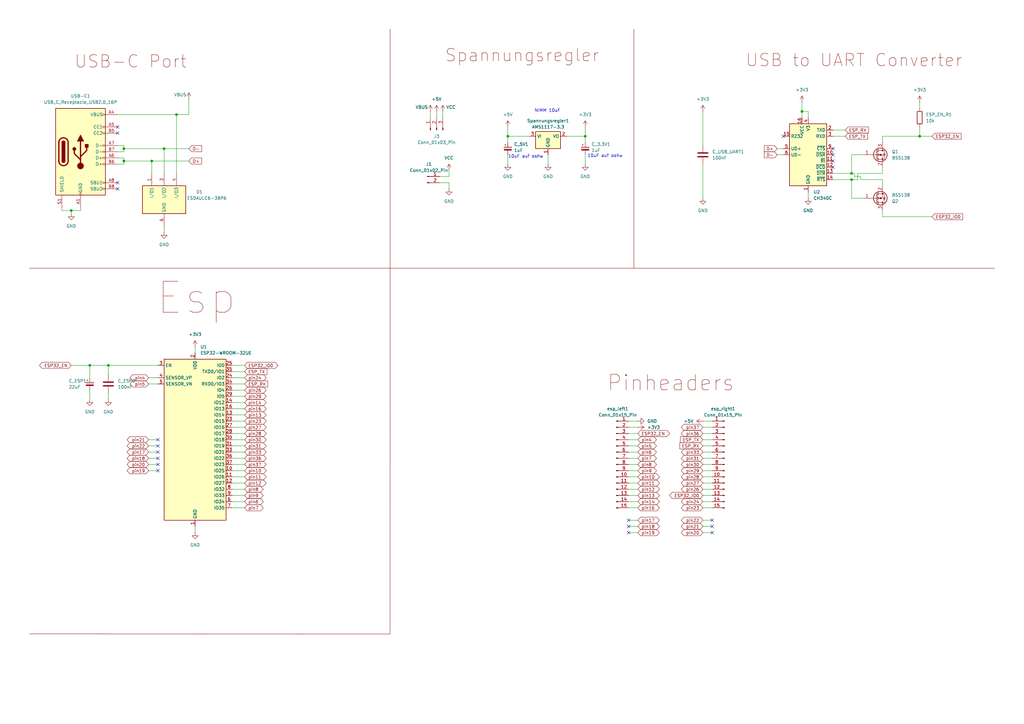
<source format=kicad_sch>
(kicad_sch (version 20241209) (generator "eeschema") (generator_version "8.99")
  (paper "A3")
  (lib_symbols
    (symbol "Connector:Conn_01x02_Pin" (pin_names (offset 1.016) (hide yes))
      (property "Reference" "J" (at 0 2.54 0))
      (property "Value" "Conn_01x02_Pin" (at 0 -5.08 0))
      (symbol "Conn_01x02_Pin_1_1"
        (rectangle (start 0.8636 0.127) (end 0 -0.127) (stroke (width 0.1524)) (fill (type outline)))
        (rectangle (start 0.8636 -2.413) (end 0 -2.667) (stroke (width 0.1524)) (fill (type outline)))
        (polyline (pts (xy 1.27 0) (xy 0.8636 0)) (stroke (width 0.1524)))
        (polyline (pts (xy 1.27 -2.54) (xy 0.8636 -2.54)) (stroke (width 0.1524)))
        (pin passive line (at 5.08 0 180) (length 3.81) (name "Pin_1") (number "1"))
        (pin passive line (at 5.08 -2.54 180) (length 3.81) (name "Pin_2") (number "2"))
      )
    )
    (symbol "Connector:Conn_01x03_Pin" (pin_names (offset 1.016) (hide yes))
      (property "Reference" "J" (at 0 5.08 0))
      (property "Value" "Conn_01x03_Pin" (at 0 -5.08 0))
      (symbol "Conn_01x03_Pin_1_1"
        (rectangle (start 0.8636 2.667) (end 0 2.413) (stroke (width 0.1524)) (fill (type outline)))
        (rectangle (start 0.8636 0.127) (end 0 -0.127) (stroke (width 0.1524)) (fill (type outline)))
        (rectangle (start 0.8636 -2.413) (end 0 -2.667) (stroke (width 0.1524)) (fill (type outline)))
        (polyline (pts (xy 1.27 2.54) (xy 0.8636 2.54)) (stroke (width 0.1524)))
        (polyline (pts (xy 1.27 0) (xy 0.8636 0)) (stroke (width 0.1524)))
        (polyline (pts (xy 1.27 -2.54) (xy 0.8636 -2.54)) (stroke (width 0.1524)))
        (pin passive line (at 5.08 2.54 180) (length 3.81) (name "Pin_1") (number "1"))
        (pin passive line (at 5.08 0 180) (length 3.81) (name "Pin_2") (number "2"))
        (pin passive line (at 5.08 -2.54 180) (length 3.81) (name "Pin_3") (number "3"))
      )
    )
    (symbol "Connector:Conn_01x15_Pin" (pin_names (offset 1.016) (hide yes))
      (property "Reference" "J" (at 0 20.32 0))
      (property "Value" "Conn_01x15_Pin" (at 0 -20.32 0))
      (symbol "Conn_01x15_Pin_1_1"
        (rectangle (start 0.8636 17.907) (end 0 17.653) (stroke (width 0.1524)) (fill (type outline)))
        (rectangle (start 0.8636 15.367) (end 0 15.113) (stroke (width 0.1524)) (fill (type outline)))
        (rectangle (start 0.8636 12.827) (end 0 12.573) (stroke (width 0.1524)) (fill (type outline)))
        (rectangle (start 0.8636 10.287) (end 0 10.033) (stroke (width 0.1524)) (fill (type outline)))
        (rectangle (start 0.8636 7.747) (end 0 7.493) (stroke (width 0.1524)) (fill (type outline)))
        (rectangle (start 0.8636 5.207) (end 0 4.953) (stroke (width 0.1524)) (fill (type outline)))
        (rectangle (start 0.8636 2.667) (end 0 2.413) (stroke (width 0.1524)) (fill (type outline)))
        (rectangle (start 0.8636 0.127) (end 0 -0.127) (stroke (width 0.1524)) (fill (type outline)))
        (rectangle (start 0.8636 -2.413) (end 0 -2.667) (stroke (width 0.1524)) (fill (type outline)))
        (rectangle (start 0.8636 -4.953) (end 0 -5.207) (stroke (width 0.1524)) (fill (type outline)))
        (rectangle (start 0.8636 -7.493) (end 0 -7.747) (stroke (width 0.1524)) (fill (type outline)))
        (rectangle (start 0.8636 -10.033) (end 0 -10.287) (stroke (width 0.1524)) (fill (type outline)))
        (rectangle (start 0.8636 -12.573) (end 0 -12.827) (stroke (width 0.1524)) (fill (type outline)))
        (rectangle (start 0.8636 -15.113) (end 0 -15.367) (stroke (width 0.1524)) (fill (type outline)))
        (rectangle (start 0.8636 -17.653) (end 0 -17.907) (stroke (width 0.1524)) (fill (type outline)))
        (polyline (pts (xy 1.27 17.78) (xy 0.8636 17.78)) (stroke (width 0.1524)))
        (polyline (pts (xy 1.27 15.24) (xy 0.8636 15.24)) (stroke (width 0.1524)))
        (polyline (pts (xy 1.27 12.7) (xy 0.8636 12.7)) (stroke (width 0.1524)))
        (polyline (pts (xy 1.27 10.16) (xy 0.8636 10.16)) (stroke (width 0.1524)))
        (polyline (pts (xy 1.27 7.62) (xy 0.8636 7.62)) (stroke (width 0.1524)))
        (polyline (pts (xy 1.27 5.08) (xy 0.8636 5.08)) (stroke (width 0.1524)))
        (polyline (pts (xy 1.27 2.54) (xy 0.8636 2.54)) (stroke (width 0.1524)))
        (polyline (pts (xy 1.27 0) (xy 0.8636 0)) (stroke (width 0.1524)))
        (polyline (pts (xy 1.27 -2.54) (xy 0.8636 -2.54)) (stroke (width 0.1524)))
        (polyline (pts (xy 1.27 -5.08) (xy 0.8636 -5.08)) (stroke (width 0.1524)))
        (polyline (pts (xy 1.27 -7.62) (xy 0.8636 -7.62)) (stroke (width 0.1524)))
        (polyline (pts (xy 1.27 -10.16) (xy 0.8636 -10.16)) (stroke (width 0.1524)))
        (polyline (pts (xy 1.27 -12.7) (xy 0.8636 -12.7)) (stroke (width 0.1524)))
        (polyline (pts (xy 1.27 -15.24) (xy 0.8636 -15.24)) (stroke (width 0.1524)))
        (polyline (pts (xy 1.27 -17.78) (xy 0.8636 -17.78)) (stroke (width 0.1524)))
        (pin passive line (at 5.08 17.78 180) (length 3.81) (name "Pin_1") (number "1"))
        (pin passive line (at 5.08 15.24 180) (length 3.81) (name "Pin_2") (number "2"))
        (pin passive line (at 5.08 12.7 180) (length 3.81) (name "Pin_3") (number "3"))
        (pin passive line (at 5.08 10.16 180) (length 3.81) (name "Pin_4") (number "4"))
        (pin passive line (at 5.08 7.62 180) (length 3.81) (name "Pin_5") (number "5"))
        (pin passive line (at 5.08 5.08 180) (length 3.81) (name "Pin_6") (number "6"))
        (pin passive line (at 5.08 2.54 180) (length 3.81) (name "Pin_7") (number "7"))
        (pin passive line (at 5.08 0 180) (length 3.81) (name "Pin_8") (number "8"))
        (pin passive line (at 5.08 -2.54 180) (length 3.81) (name "Pin_9") (number "9"))
        (pin passive line (at 5.08 -5.08 180) (length 3.81) (name "Pin_10") (number "10"))
        (pin passive line (at 5.08 -7.62 180) (length 3.81) (name "Pin_11") (number "11"))
        (pin passive line (at 5.08 -10.16 180) (length 3.81) (name "Pin_12") (number "12"))
        (pin passive line (at 5.08 -12.7 180) (length 3.81) (name "Pin_13") (number "13"))
        (pin passive line (at 5.08 -15.24 180) (length 3.81) (name "Pin_14") (number "14"))
        (pin passive line (at 5.08 -17.78 180) (length 3.81) (name "Pin_15") (number "15"))
      )
    )
    (symbol "Connector:USB_C_Receptacle_USB2.0_16P" (pin_names (offset 1.016))
      (property "Reference" "J" (at 0 22.225 0))
      (property "Value" "USB_C_Receptacle_USB2.0_16P" (at 0 19.685 0))
      (symbol "USB_C_Receptacle_USB2.0_16P_0_0"
        (rectangle (start -0.254 -17.78) (end 0.254 -16.764))
        (rectangle (start 10.16 15.494) (end 9.144 14.986))
        (rectangle (start 10.16 10.414) (end 9.144 9.906))
        (rectangle (start 10.16 7.874) (end 9.144 7.366))
        (rectangle (start 10.16 2.794) (end 9.144 2.286))
        (rectangle (start 10.16 0.254) (end 9.144 -0.254))
        (rectangle (start 10.16 -2.286) (end 9.144 -2.794))
        (rectangle (start 10.16 -4.826) (end 9.144 -5.334))
        (rectangle (start 10.16 -12.446) (end 9.144 -12.954))
        (rectangle (start 10.16 -14.986) (end 9.144 -15.494))
      )
      (symbol "USB_C_Receptacle_USB2.0_16P_0_1"
        (rectangle (start -10.16 17.78) (end 10.16 -17.78) (stroke (width 0.254)) (fill (type background)))
        (polyline (pts (xy -8.89 -3.81) (xy -8.89 3.81)) (stroke (width 0.508)))
        (rectangle (start -7.62 -3.81) (end -6.35 3.81) (stroke (width 0.254)) (fill (type outline)))
        (arc (start -7.62 3.81) (mid -6.985 4.4423) (end -6.35 3.81) (stroke (width 0.254)) (fill (type outline)))
        (arc (start -7.62 3.81) (mid -6.985 4.4423) (end -6.35 3.81) (stroke (width 0.254)))
        (arc (start -8.89 3.81) (mid -6.985 5.7067) (end -5.08 3.81) (stroke (width 0.508)))
        (arc (start -5.08 -3.81) (mid -6.985 -5.7067) (end -8.89 -3.81) (stroke (width 0.508)))
        (arc (start -6.35 -3.81) (mid -6.985 -4.4423) (end -7.62 -3.81) (stroke (width 0.254)))
        (arc (start -6.35 -3.81) (mid -6.985 -4.4423) (end -7.62 -3.81) (stroke (width 0.254)) (fill (type outline)))
        (polyline (pts (xy -5.08 3.81) (xy -5.08 -3.81)) (stroke (width 0.508)))
        (circle (center -2.54 1.143) (radius 0.635) (stroke (width 0.254)) (fill (type outline)))
        (polyline (pts (xy -1.27 4.318) (xy 0 6.858) (xy 1.27 4.318) (xy -1.27 4.318)) (stroke (width 0.254)) (fill (type outline)))
        (polyline (pts (xy 0 -2.032) (xy 2.54 0.508) (xy 2.54 1.778)) (stroke (width 0.508)))
        (polyline (pts (xy 0 -3.302) (xy -2.54 -0.762) (xy -2.54 0.508)) (stroke (width 0.508)))
        (polyline (pts (xy 0 -5.842) (xy 0 4.318)) (stroke (width 0.508)))
        (circle (center 0 -5.842) (radius 1.27) (fill (type outline)))
        (rectangle (start 1.905 1.778) (end 3.175 3.048) (stroke (width 0.254)) (fill (type outline)))
      )
      (symbol "USB_C_Receptacle_USB2.0_16P_1_1"
        (pin passive line (at -7.62 -22.86 90) (length 5.08) (name "SHIELD") (number "S1"))
        (pin passive line (at 0 -22.86 90) (length 5.08) (name "GND") (number "A1"))
        (pin passive line (at 0 -22.86 90) (length 5.08) (hide yes) (name "GND") (number "A12"))
        (pin passive line (at 0 -22.86 90) (length 5.08) (hide yes) (name "GND") (number "B1"))
        (pin passive line (at 0 -22.86 90) (length 5.08) (hide yes) (name "GND") (number "B12"))
        (pin passive line (at 15.24 15.24 180) (length 5.08) (name "VBUS") (number "A4"))
        (pin passive line (at 15.24 15.24 180) (length 5.08) (hide yes) (name "VBUS") (number "A9"))
        (pin passive line (at 15.24 15.24 180) (length 5.08) (hide yes) (name "VBUS") (number "B4"))
        (pin passive line (at 15.24 15.24 180) (length 5.08) (hide yes) (name "VBUS") (number "B9"))
        (pin bidirectional line (at 15.24 10.16 180) (length 5.08) (name "CC1") (number "A5"))
        (pin bidirectional line (at 15.24 7.62 180) (length 5.08) (name "CC2") (number "B5"))
        (pin bidirectional line (at 15.24 2.54 180) (length 5.08) (name "D-") (number "A7"))
        (pin bidirectional line (at 15.24 0 180) (length 5.08) (name "D-") (number "B7"))
        (pin bidirectional line (at 15.24 -2.54 180) (length 5.08) (name "D+") (number "A6"))
        (pin bidirectional line (at 15.24 -5.08 180) (length 5.08) (name "D+") (number "B6"))
        (pin bidirectional line (at 15.24 -12.7 180) (length 5.08) (name "SBU1") (number "A8"))
        (pin bidirectional line (at 15.24 -15.24 180) (length 5.08) (name "SBU2") (number "B8"))
      )
    )
    (symbol "Device:C" (pin_numbers (hide yes)) (pin_names (offset 0.254))
      (property "Reference" "C" (at 0.635 2.54 0))
      (property "Value" "C" (at 0.635 -2.54 0))
      (symbol "C_0_1"
        (polyline (pts (xy -2.032 0.762) (xy 2.032 0.762)) (stroke (width 0.508)))
        (polyline (pts (xy -2.032 -0.762) (xy 2.032 -0.762)) (stroke (width 0.508)))
      )
      (symbol "C_1_1"
        (pin passive line (at 0 3.81 270) (length 2.794) (name "~") (number "1"))
        (pin passive line (at 0 -3.81 90) (length 2.794) (name "~") (number "2"))
      )
    )
    (symbol "Device:C_Polarized_Small" (pin_numbers (hide yes)) (pin_names (offset 0.254) (hide yes))
      (property "Reference" "C" (at 0.254 1.778 0))
      (property "Value" "C_Polarized_Small" (at 0.254 -2.032 0))
      (symbol "C_Polarized_Small_0_1"
        (rectangle (start -1.524 0.6858) (end 1.524 0.3048))
        (rectangle (start -1.524 -0.3048) (end 1.524 -0.6858) (fill (type outline)))
        (polyline (pts (xy -1.27 1.524) (xy -0.762 1.524)))
        (polyline (pts (xy -1.016 1.27) (xy -1.016 1.778)))
      )
      (symbol "C_Polarized_Small_1_1"
        (pin passive line (at 0 2.54 270) (length 1.8542) (name "~") (number "1"))
        (pin passive line (at 0 -2.54 90) (length 1.8542) (name "~") (number "2"))
      )
    )
    (symbol "Device:R" (pin_numbers (hide yes)) (pin_names (offset 0))
      (property "Reference" "R" (at 2.032 0 90))
      (property "Value" "R" (at 0 0 90))
      (symbol "R_0_1"
        (rectangle (start -1.016 -2.54) (end 1.016 2.54) (stroke (width 0.254)))
      )
      (symbol "R_1_1"
        (pin passive line (at 0 3.81 270) (length 1.27) (name "~") (number "1"))
        (pin passive line (at 0 -3.81 90) (length 1.27) (name "~") (number "2"))
      )
    )
    (symbol "Interface_USB:CH340C"
      (property "Reference" "U" (at -5.08 13.97 0))
      (property "Value" "CH340C" (at 1.27 13.97 0))
      (symbol "CH340C_0_1"
        (rectangle (start -7.62 12.7) (end 7.62 -12.7) (stroke (width 0.254)) (fill (type background)))
      )
      (symbol "CH340C_1_1"
        (pin input line (at -10.16 7.62 0) (length 2.54) (name "R232") (number "15"))
        (pin bidirectional line (at -10.16 2.54 0) (length 2.54) (name "UD+") (number "5"))
        (pin bidirectional line (at -10.16 0 0) (length 2.54) (name "UD-") (number "6"))
        (pin no_connect line (at -7.62 -5.08 0) (length 2.54) (hide yes) (name "NC") (number "7"))
        (pin no_connect line (at -7.62 -7.62 0) (length 2.54) (hide yes) (name "NC") (number "8"))
        (pin power_in line (at -2.54 15.24 270) (length 2.54) (name "VCC") (number "16"))
        (pin power_out line (at 0 15.24 270) (length 2.54) (name "V3") (number "4"))
        (pin power_in line (at 0 -15.24 90) (length 2.54) (name "GND") (number "1"))
        (pin output line (at 10.16 10.16 180) (length 2.54) (name "TXD") (number "2"))
        (pin input line (at 10.16 7.62 180) (length 2.54) (name "RXD") (number "3"))
        (pin input line (at 10.16 2.54 180) (length 2.54) (name "~{CTS}") (number "9"))
        (pin input line (at 10.16 0 180) (length 2.54) (name "~{DSR}") (number "10"))
        (pin input line (at 10.16 -2.54 180) (length 2.54) (name "~{RI}") (number "11"))
        (pin input line (at 10.16 -5.08 180) (length 2.54) (name "~{DCD}") (number "12"))
        (pin output line (at 10.16 -7.62 180) (length 2.54) (name "~{DTR}") (number "13"))
        (pin output line (at 10.16 -10.16 180) (length 2.54) (name "~{RTS}") (number "14"))
      )
    )
    (symbol "RF_Module:ESP32-WROOM-32UE"
      (property "Reference" "U" (at -12.7 34.29 0))
      (property "Value" "ESP32-WROOM-32UE" (at 1.27 34.29 0))
      (symbol "ESP32-WROOM-32UE_0_1"
        (rectangle (start -12.7 33.02) (end 12.7 -33.02) (stroke (width 0.254)) (fill (type background)))
      )
      (symbol "ESP32-WROOM-32UE_1_1"
        (pin input line (at -15.24 30.48 0) (length 2.54) (name "EN") (number "3"))
        (pin input line (at -15.24 25.4 0) (length 2.54) (name "SENSOR_VP") (number "4"))
        (pin input line (at -15.24 22.86 0) (length 2.54) (name "SENSOR_VN") (number "5"))
        (pin no_connect line (at -12.7 0 0) (length 2.54) (hide yes) (name "NC") (number "21"))
        (pin no_connect line (at -12.7 -2.54 0) (length 2.54) (hide yes) (name "NC") (number "22"))
        (pin no_connect line (at -12.7 -5.08 0) (length 2.54) (hide yes) (name "NC") (number "17"))
        (pin no_connect line (at -12.7 -7.62 0) (length 2.54) (hide yes) (name "NC") (number "18"))
        (pin no_connect line (at -12.7 -10.16 0) (length 2.54) (hide yes) (name "NC") (number "20"))
        (pin no_connect line (at -12.7 -12.7 0) (length 2.54) (hide yes) (name "NC") (number "19"))
        (pin no_connect line (at -12.7 -27.94 0) (length 2.54) (hide yes) (name "NC") (number "32"))
        (pin power_in line (at 0 35.56 270) (length 2.54) (name "VDD") (number "2"))
        (pin power_in line (at 0 -35.56 90) (length 2.54) (name "GND") (number "1"))
        (pin passive line (at 0 -35.56 90) (length 2.54) (hide yes) (name "GND") (number "15"))
        (pin passive line (at 0 -35.56 90) (length 2.54) (hide yes) (name "GND") (number "38"))
        (pin passive line (at 0 -35.56 90) (length 2.54) (hide yes) (name "GND") (number "39"))
        (pin bidirectional line (at 15.24 30.48 180) (length 2.54) (name "IO0") (number "25"))
        (pin bidirectional line (at 15.24 27.94 180) (length 2.54) (name "TXD0/IO1") (number "35"))
        (pin bidirectional line (at 15.24 25.4 180) (length 2.54) (name "IO2") (number "24"))
        (pin bidirectional line (at 15.24 22.86 180) (length 2.54) (name "RXD0/IO3") (number "34"))
        (pin bidirectional line (at 15.24 20.32 180) (length 2.54) (name "IO4") (number "26"))
        (pin bidirectional line (at 15.24 17.78 180) (length 2.54) (name "IO5") (number "29"))
        (pin bidirectional line (at 15.24 15.24 180) (length 2.54) (name "IO12") (number "14"))
        (pin bidirectional line (at 15.24 12.7 180) (length 2.54) (name "IO13") (number "16"))
        (pin bidirectional line (at 15.24 10.16 180) (length 2.54) (name "IO14") (number "13"))
        (pin bidirectional line (at 15.24 7.62 180) (length 2.54) (name "IO15") (number "23"))
        (pin bidirectional line (at 15.24 5.08 180) (length 2.54) (name "IO16") (number "27"))
        (pin bidirectional line (at 15.24 2.54 180) (length 2.54) (name "IO17") (number "28"))
        (pin bidirectional line (at 15.24 0 180) (length 2.54) (name "IO18") (number "30"))
        (pin bidirectional line (at 15.24 -2.54 180) (length 2.54) (name "IO19") (number "31"))
        (pin bidirectional line (at 15.24 -5.08 180) (length 2.54) (name "IO21") (number "33"))
        (pin bidirectional line (at 15.24 -7.62 180) (length 2.54) (name "IO22") (number "36"))
        (pin bidirectional line (at 15.24 -10.16 180) (length 2.54) (name "IO23") (number "37"))
        (pin bidirectional line (at 15.24 -12.7 180) (length 2.54) (name "IO25") (number "10"))
        (pin bidirectional line (at 15.24 -15.24 180) (length 2.54) (name "IO26") (number "11"))
        (pin bidirectional line (at 15.24 -17.78 180) (length 2.54) (name "IO27") (number "12"))
        (pin bidirectional line (at 15.24 -20.32 180) (length 2.54) (name "IO32") (number "8"))
        (pin bidirectional line (at 15.24 -22.86 180) (length 2.54) (name "IO33") (number "9"))
        (pin input line (at 15.24 -25.4 180) (length 2.54) (name "IO34") (number "6"))
        (pin input line (at 15.24 -27.94 180) (length 2.54) (name "IO35") (number "7"))
      )
    )
    (symbol "Regulator_Linear:AMS1117-3.3"
      (property "Reference" "U" (at -3.81 3.175 0))
      (property "Value" "AMS1117-3.3" (at 0 3.175 0))
      (symbol "AMS1117-3.3_0_1"
        (rectangle (start -5.08 -5.08) (end 5.08 1.905) (stroke (width 0.254)) (fill (type background)))
      )
      (symbol "AMS1117-3.3_1_1"
        (pin power_in line (at -7.62 0 0) (length 2.54) (name "VI") (number "3"))
        (pin power_in line (at 0 -7.62 90) (length 2.54) (name "GND") (number "1"))
        (pin power_out line (at 7.62 0 180) (length 2.54) (name "VO") (number "2"))
      )
    )
    (symbol "Transistor_FET:BSS138" (pin_names (hide yes))
      (property "Reference" "Q" (at 5.08 1.905 0))
      (property "Value" "BSS138" (at 5.08 0 0))
      (symbol "BSS138_0_1"
        (polyline (pts (xy 0.254 1.905) (xy 0.254 -1.905)) (stroke (width 0.254)))
        (polyline (pts (xy 0.254 0) (xy -2.54 0)))
        (polyline (pts (xy 0.762 2.286) (xy 0.762 1.27)) (stroke (width 0.254)))
        (polyline (pts (xy 0.762 0.508) (xy 0.762 -0.508)) (stroke (width 0.254)))
        (polyline (pts (xy 0.762 -1.27) (xy 0.762 -2.286)) (stroke (width 0.254)))
        (polyline (pts (xy 0.762 -1.778) (xy 3.302 -1.778) (xy 3.302 1.778) (xy 0.762 1.778)))
        (polyline (pts (xy 1.016 0) (xy 2.032 0.381) (xy 2.032 -0.381) (xy 1.016 0)) (fill (type outline)))
        (circle (center 1.651 0) (radius 2.794) (stroke (width 0.254)))
        (polyline (pts (xy 2.54 2.54) (xy 2.54 1.778)))
        (circle (center 2.54 1.778) (radius 0.254) (fill (type outline)))
        (circle (center 2.54 -1.778) (radius 0.254) (fill (type outline)))
        (polyline (pts (xy 2.54 -2.54) (xy 2.54 0) (xy 0.762 0)))
        (polyline (pts (xy 2.794 0.508) (xy 2.921 0.381) (xy 3.683 0.381) (xy 3.81 0.254)))
        (polyline (pts (xy 3.302 0.381) (xy 2.921 -0.254) (xy 3.683 -0.254) (xy 3.302 0.381)))
      )
      (symbol "BSS138_1_1"
        (pin input line (at -5.08 0 0) (length 2.54) (name "G") (number "1"))
        (pin passive line (at 2.54 5.08 270) (length 2.54) (name "D") (number "3"))
        (pin passive line (at 2.54 -5.08 90) (length 2.54) (name "S") (number "2"))
      )
    )
    (symbol "bulme_schematics:ESDAULC6-3BP6"
      (property "Reference" "D" (at 24.13 7.62 0))
      (property "Value" "ESDAULC6-3BP6" (at 24.13 5.08 0))
      (symbol "ESDAULC6-3BP6_1_1"
        (rectangle (start 5.08 2.54) (end 22.86 -8.89) (stroke (width 0.254)) (fill (type background)))
        (pin passive line (at 8.89 7.62 270) (length 5.08) (name "I/O1") (number "1"))
        (pin passive line (at 13.97 7.62 270) (length 5.08) (name "I/O2") (number "3"))
        (pin passive line (at 13.97 -13.97 90) (length 5.08) (name "GND") (number "6"))
        (pin passive line (at 19.05 7.62 270) (length 5.08) (name "I/O3") (number "4"))
      )
    )
    (symbol "power:+3V3" (power) (pin_numbers (hide yes)) (pin_names (offset 0) (hide yes))
      (property "Value" "+3V3" (at 0 3.556 0))
      (symbol "+3V3_0_1"
        (polyline (pts (xy -0.762 1.27) (xy 0 2.54)))
        (polyline (pts (xy 0 2.54) (xy 0.762 1.27)))
        (polyline (pts (xy 0 0) (xy 0 2.54)))
      )
      (symbol "+3V3_1_1"
        (pin power_in line (at 0 0 90) (length 0) (name "~") (number "1"))
      )
    )
    (symbol "power:+5V" (power) (pin_numbers (hide yes)) (pin_names (offset 0) (hide yes))
      (property "Value" "+5V" (at 0 3.556 0))
      (symbol "+5V_0_1"
        (polyline (pts (xy -0.762 1.27) (xy 0 2.54)))
        (polyline (pts (xy 0 2.54) (xy 0.762 1.27)))
        (polyline (pts (xy 0 0) (xy 0 2.54)))
      )
      (symbol "+5V_1_1"
        (pin power_in line (at 0 0 90) (length 0) (name "~") (number "1"))
      )
    )
    (symbol "power:GND" (power) (pin_numbers (hide yes)) (pin_names (offset 0) (hide yes))
      (property "Value" "GND" (at 0 -3.81 0))
      (symbol "GND_0_1"
        (polyline (pts (xy 0 0) (xy 0 -1.27) (xy 1.27 -1.27) (xy 0 -2.54) (xy -1.27 -1.27) (xy 0 -1.27)))
      )
      (symbol "GND_1_1"
        (pin power_in line (at 0 0 270) (length 0) (name "~") (number "1"))
      )
    )
    (symbol "power:VBUS" (power) (pin_numbers (hide yes)) (pin_names (offset 0) (hide yes))
      (property "Value" "VBUS" (at 0 3.556 0))
      (symbol "VBUS_0_1"
        (polyline (pts (xy -0.762 1.27) (xy 0 2.54)))
        (polyline (pts (xy 0 2.54) (xy 0.762 1.27)))
        (polyline (pts (xy 0 0) (xy 0 2.54)))
      )
      (symbol "VBUS_1_1"
        (pin power_in line (at 0 0 90) (length 0) (name "~") (number "1"))
      )
    )
    (symbol "power:VCC" (power) (pin_numbers (hide yes)) (pin_names (offset 0) (hide yes))
      (property "Value" "VCC" (at 0 3.556 0))
      (symbol "VCC_0_1"
        (polyline (pts (xy -0.762 1.27) (xy 0 2.54)))
        (polyline (pts (xy 0 2.54) (xy 0.762 1.27)))
        (polyline (pts (xy 0 0) (xy 0 2.54)))
      )
      (symbol "VCC_1_1"
        (pin power_in line (at 0 0 90) (length 0) (name "~") (number "1"))
      )
    )
  )
  (text "Spannungsregler" (at 214.122 22.86 0) (effects (font (size 5.08 5.08))))
  (text "NIMM 10uF\n" (at 224.536 45.466 0) (effects (font (size 1.27 1.27))))
  (text "Esp\n" (at 80.518 122.428 0) (effects (font (size 12.7 12.7))))
  (text "USB-C Port" (at 53.594 25.4 0) (effects (font (size 5.08 5.08))))
  (text "10uF auf oshw" (at 248.158 64.008 0) (effects (font (size 1.27 1.27))))
  (text "10uF auf oshw" (at 215.646 64.262 0) (effects (font (size 1.27 1.27))))
  (text "USB to UART Converter" (at 350.266 24.892 0) (effects (font (size 5.08 5.08))))
  (text "Pinheaders" (at 275.082 157.226 0) (effects (font (size 6.35 6.35))))
  (junction (at 50.8 66.04))
  (junction (at 36.83 149.86))
  (junction (at 208.28 55.88))
  (junction (at 67.31 60.96))
  (junction (at 349.25 71.12))
  (junction (at 62.23 66.04))
  (junction (at 377.19 55.88))
  (junction (at 44.45 149.86))
  (junction (at 349.25 73.66))
  (junction (at 328.93 45.72))
  (junction (at 50.8 60.96))
  (junction (at 72.39 46.99))
  (junction (at 29.21 86.36))
  (junction (at 240.03 55.88))
  (no_connect (at 48.26 54.61))
  (no_connect (at 292.1 215.9))
  (no_connect (at 257.81 213.36))
  (no_connect (at 341.63 68.58))
  (no_connect (at 48.26 74.93))
  (no_connect (at 64.77 193.04))
  (no_connect (at 48.26 52.07))
  (no_connect (at 341.63 60.96))
  (no_connect (at 341.63 63.5))
  (no_connect (at 64.77 180.34))
  (no_connect (at 257.81 215.9))
  (no_connect (at 64.77 187.96))
  (no_connect (at 48.26 77.47))
  (no_connect (at 292.1 218.44))
  (no_connect (at 64.77 190.5))
  (no_connect (at 292.1 213.36))
  (no_connect (at 64.77 182.88))
  (no_connect (at 341.63 66.04))
  (no_connect (at 321.31 55.88))
  (no_connect (at 64.77 185.42))
  (no_connect (at 257.81 218.44))
  (wire (pts (xy 349.25 63.5) (xy 354.33 63.5)))
  (wire (pts (xy 257.81 198.12) (xy 261.62 198.12)))
  (wire (pts (xy 288.29 175.26) (xy 292.1 175.26)))
  (wire (pts (xy 60.96 154.94) (xy 64.77 154.94)))
  (wire (pts (xy 95.25 182.88) (xy 100.33 182.88)))
  (wire (pts (xy 62.23 66.04) (xy 77.47 66.04)))
  (wire (pts (xy 240.03 52.07) (xy 240.03 55.88)))
  (wire (pts (xy 50.8 64.77) (xy 50.8 66.04)))
  (wire (pts (xy 33.02 85.09) (xy 33.02 86.36)))
  (polyline (pts (xy 259.9944 110.0074) (xy 407.9748 110.0074)) (stroke (width 0) (color 132 0 0 1)))
  (wire (pts (xy 60.96 193.04) (xy 64.77 193.04)))
  (wire (pts (xy 67.31 60.96) (xy 77.47 60.96)))
  (wire (pts (xy 341.63 71.12) (xy 349.25 71.12)))
  (wire (pts (xy 60.96 180.34) (xy 64.77 180.34)))
  (wire (pts (xy 50.8 60.96) (xy 50.8 62.23)))
  (wire (pts (xy 95.25 170.18) (xy 100.33 170.18)))
  (wire (pts (xy 72.39 46.99) (xy 72.39 71.12)))
  (wire (pts (xy 180.34 74.93) (xy 184.15 74.93)))
  (wire (pts (xy 288.29 185.42) (xy 292.1 185.42)))
  (wire (pts (xy 50.8 60.96) (xy 67.31 60.96)))
  (wire (pts (xy 257.81 172.72) (xy 261.62 172.72)))
  (wire (pts (xy 95.25 198.12) (xy 100.33 198.12)))
  (wire (pts (xy 257.81 215.9) (xy 261.62 215.9)))
  (wire (pts (xy 361.95 71.12) (xy 351.79 71.12)))
  (wire (pts (xy 350.52 71.12) (xy 349.25 71.12)))
  (wire (pts (xy 341.63 73.66) (xy 349.25 73.66)))
  (wire (pts (xy 95.25 190.5) (xy 100.33 190.5)))
  (wire (pts (xy 361.95 58.42) (xy 361.95 55.88)))
  (wire (pts (xy 67.31 92.71) (xy 67.31 95.25)))
  (wire (pts (xy 60.96 190.5) (xy 64.77 190.5)))
  (wire (pts (xy 25.4 86.36) (xy 29.21 86.36)))
  (wire (pts (xy 208.28 63.5) (xy 208.28 67.31)))
  (wire (pts (xy 349.25 73.66) (xy 349.25 81.28)))
  (wire (pts (xy 50.8 66.04) (xy 50.8 67.31)))
  (wire (pts (xy 77.47 40.64) (xy 77.47 46.99)))
  (wire (pts (xy 288.29 208.28) (xy 292.1 208.28)))
  (wire (pts (xy 36.83 160.02) (xy 36.83 163.83)))
  (wire (pts (xy 353.06 73.66) (xy 361.95 73.66)))
  (wire (pts (xy 257.81 213.36) (xy 261.62 213.36)))
  (wire (pts (xy 288.29 203.2) (xy 292.1 203.2)))
  (wire (pts (xy 288.29 218.44) (xy 292.1 218.44)))
  (wire (pts (xy 288.29 205.74) (xy 292.1 205.74)))
  (wire (pts (xy 377.19 55.88) (xy 382.27 55.88)))
  (wire (pts (xy 288.29 177.8) (xy 292.1 177.8)))
  (wire (pts (xy 95.25 203.2) (xy 100.33 203.2)))
  (wire (pts (xy 95.25 208.28) (xy 100.33 208.28)))
  (wire (pts (xy 341.63 53.34) (xy 346.71 53.34)))
  (wire (pts (xy 257.81 177.8) (xy 261.62 177.8)))
  (polyline (pts (xy 159.9946 11.9634) (xy 159.9946 109.982)) (stroke (width 0) (color 132 0 0 1)))
  (wire (pts (xy 257.81 200.66) (xy 261.62 200.66)))
  (wire (pts (xy 208.28 55.88) (xy 217.17 55.88)))
  (wire (pts (xy 382.27 88.9) (xy 361.95 88.9)))
  (wire (pts (xy 257.81 205.74) (xy 261.62 205.74)))
  (wire (pts (xy 288.29 200.66) (xy 292.1 200.66)))
  (wire (pts (xy 48.26 62.23) (xy 50.8 62.23)))
  (wire (pts (xy 292.1 172.72) (xy 288.29 172.72)))
  (wire (pts (xy 184.15 74.93) (xy 184.15 77.47)))
  (wire (pts (xy 240.03 63.5) (xy 240.03 67.31)))
  (wire (pts (xy 351.79 71.12) (xy 351.79 73.66)))
  (polyline (pts (xy 159.9946 109.982) (xy 159.9692 260.0198)) (stroke (width 0) (color 132 0 0 1)))
  (wire (pts (xy 331.47 78.74) (xy 331.47 81.28)))
  (wire (pts (xy 349.25 71.12) (xy 349.25 63.5)))
  (wire (pts (xy 29.21 86.36) (xy 29.21 87.63)))
  (wire (pts (xy 48.26 67.31) (xy 50.8 67.31)))
  (wire (pts (xy 95.25 162.56) (xy 100.33 162.56)))
  (wire (pts (xy 361.95 68.58) (xy 361.95 71.12)))
  (wire (pts (xy 257.81 190.5) (xy 261.62 190.5)))
  (wire (pts (xy 288.29 215.9) (xy 292.1 215.9)))
  (wire (pts (xy 350.52 71.12) (xy 350.52 72.39)))
  (wire (pts (xy 361.95 88.9) (xy 361.95 86.36)))
  (wire (pts (xy 257.81 218.44) (xy 261.62 218.44)))
  (wire (pts (xy 361.95 73.66) (xy 361.95 76.2)))
  (wire (pts (xy 288.29 187.96) (xy 292.1 187.96)))
  (wire (pts (xy 328.93 45.72) (xy 331.47 45.72)))
  (wire (pts (xy 181.61 48.26) (xy 181.61 45.72)))
  (wire (pts (xy 95.25 149.86) (xy 100.33 149.86)))
  (wire (pts (xy 288.29 45.72) (xy 288.29 59.69)))
  (wire (pts (xy 95.25 154.94) (xy 100.33 154.94)))
  (polyline (pts (xy 12.0142 109.982) (xy 159.9946 109.982)) (stroke (width 0) (color 132 0 0 1)))
  (wire (pts (xy 288.29 190.5) (xy 292.1 190.5)))
  (wire (pts (xy 257.81 185.42) (xy 261.62 185.42)))
  (wire (pts (xy 95.25 165.1) (xy 100.33 165.1)))
  (wire (pts (xy 288.29 67.31) (xy 288.29 81.28)))
  (wire (pts (xy 60.96 157.48) (xy 64.77 157.48)))
  (wire (pts (xy 257.81 203.2) (xy 261.62 203.2)))
  (wire (pts (xy 353.06 72.39) (xy 353.06 73.66)))
  (wire (pts (xy 36.83 149.86) (xy 44.45 149.86)))
  (wire (pts (xy 349.25 73.66) (xy 351.79 73.66)))
  (wire (pts (xy 95.25 200.66) (xy 100.33 200.66)))
  (wire (pts (xy 184.15 69.85) (xy 184.15 72.39)))
  (wire (pts (xy 377.19 52.07) (xy 377.19 55.88)))
  (wire (pts (xy 72.39 46.99) (xy 77.47 46.99)))
  (wire (pts (xy 257.81 175.26) (xy 261.62 175.26)))
  (wire (pts (xy 95.25 205.74) (xy 100.33 205.74)))
  (wire (pts (xy 328.93 41.91) (xy 328.93 45.72)))
  (wire (pts (xy 288.29 213.36) (xy 292.1 213.36)))
  (wire (pts (xy 95.25 185.42) (xy 100.33 185.42)))
  (wire (pts (xy 95.25 160.02) (xy 100.33 160.02)))
  (wire (pts (xy 95.25 175.26) (xy 100.33 175.26)))
  (wire (pts (xy 62.23 66.04) (xy 62.23 71.12)))
  (wire (pts (xy 95.25 152.4) (xy 100.33 152.4)))
  (wire (pts (xy 361.95 55.88) (xy 377.19 55.88)))
  (wire (pts (xy 331.47 48.26) (xy 331.47 45.72)))
  (wire (pts (xy 288.29 193.04) (xy 292.1 193.04)))
  (wire (pts (xy 95.25 157.48) (xy 100.33 157.48)))
  (wire (pts (xy 44.45 153.67) (xy 44.45 149.86)))
  (wire (pts (xy 257.81 208.28) (xy 261.62 208.28)))
  (wire (pts (xy 95.25 180.34) (xy 100.33 180.34)))
  (wire (pts (xy 257.81 182.88) (xy 261.62 182.88)))
  (wire (pts (xy 318.77 60.96) (xy 321.31 60.96)))
  (wire (pts (xy 48.26 59.69) (xy 50.8 59.69)))
  (wire (pts (xy 29.21 149.86) (xy 36.83 149.86)))
  (wire (pts (xy 48.26 46.99) (xy 72.39 46.99)))
  (wire (pts (xy 179.07 45.72) (xy 179.07 48.26)))
  (wire (pts (xy 60.96 185.42) (xy 64.77 185.42)))
  (wire (pts (xy 349.25 81.28) (xy 354.33 81.28)))
  (wire (pts (xy 257.81 195.58) (xy 261.62 195.58)))
  (wire (pts (xy 288.29 182.88) (xy 292.1 182.88)))
  (wire (pts (xy 95.25 195.58) (xy 100.33 195.58)))
  (wire (pts (xy 208.28 55.88) (xy 208.28 58.42)))
  (wire (pts (xy 25.4 85.09) (xy 25.4 86.36)))
  (wire (pts (xy 257.81 180.34) (xy 261.62 180.34)))
  (wire (pts (xy 95.25 167.64) (xy 100.33 167.64)))
  (wire (pts (xy 208.28 52.07) (xy 208.28 55.88)))
  (wire (pts (xy 288.29 195.58) (xy 292.1 195.58)))
  (wire (pts (xy 288.29 198.12) (xy 292.1 198.12)))
  (wire (pts (xy 318.77 63.5) (xy 321.31 63.5)))
  (wire (pts (xy 29.21 86.36) (xy 33.02 86.36)))
  (wire (pts (xy 44.45 161.29) (xy 44.45 163.83)))
  (wire (pts (xy 95.25 177.8) (xy 100.33 177.8)))
  (wire (pts (xy 240.03 55.88) (xy 240.03 58.42)))
  (wire (pts (xy 48.26 64.77) (xy 50.8 64.77)))
  (polyline (pts (xy 12.0142 259.9944) (xy 159.9692 260.0452)) (stroke (width 0) (color 132 0 0 1)))
  (polyline (pts (xy 259.9944 12.0142) (xy 259.9944 110.0074)) (stroke (width 0) (color 132 0 0 1)))
  (wire (pts (xy 50.8 66.04) (xy 62.23 66.04)))
  (wire (pts (xy 95.25 193.04) (xy 100.33 193.04)))
  (wire (pts (xy 350.52 72.39) (xy 353.06 72.39)))
  (wire (pts (xy 328.93 45.72) (xy 328.93 48.26)))
  (wire (pts (xy 176.53 48.26) (xy 176.53 45.72)))
  (wire (pts (xy 288.29 180.34) (xy 292.1 180.34)))
  (wire (pts (xy 95.25 172.72) (xy 100.33 172.72)))
  (wire (pts (xy 50.8 59.69) (xy 50.8 60.96)))
  (wire (pts (xy 60.96 187.96) (xy 64.77 187.96)))
  (wire (pts (xy 44.45 149.86) (xy 64.77 149.86)))
  (wire (pts (xy 224.79 63.5) (xy 224.79 67.31)))
  (wire (pts (xy 80.01 215.9) (xy 80.01 218.44)))
  (wire (pts (xy 257.81 187.96) (xy 261.62 187.96)))
  (wire (pts (xy 95.25 187.96) (xy 100.33 187.96)))
  (wire (pts (xy 36.83 149.86) (xy 36.83 154.94)))
  (wire (pts (xy 80.01 142.24) (xy 80.01 144.78)))
  (polyline (pts (xy 159.9946 109.982) (xy 259.9944 109.982)) (stroke (width 0) (color 132 0 0 1)))
  (wire (pts (xy 184.15 72.39) (xy 180.34 72.39)))
  (wire (pts (xy 341.63 55.88) (xy 346.71 55.88)))
  (wire (pts (xy 67.31 60.96) (xy 67.31 71.12)))
  (wire (pts (xy 60.96 182.88) (xy 64.77 182.88)))
  (wire (pts (xy 257.81 193.04) (xy 261.62 193.04)))
  (wire (pts (xy 377.19 41.91) (xy 377.19 44.45)))
  (wire (pts (xy 232.41 55.88) (xy 240.03 55.88)))
  (global_label "pin23" (shape bidirectional) (at 100.33 172.72 0) (property "Intersheetrefs" "${INTERSHEET_REFS}" (effects (hide yes))))
  (global_label "pin19" (shape bidirectional) (at 60.96 193.04 180) (property "Intersheetrefs" "${INTERSHEET_REFS}" (effects (hide yes))))
  (global_label "ESP_TX" (shape input) (at 100.33 152.4 0) (property "Intersheetrefs" "${INTERSHEET_REFS}" (effects (hide yes))))
  (global_label "pin37" (shape bidirectional) (at 100.33 190.5 0) (property "Intersheetrefs" "${INTERSHEET_REFS}" (effects (hide yes))))
  (global_label "ESP32_IO0" (shape bidirectional) (at 100.33 149.86 0) (property "Intersheetrefs" "${INTERSHEET_REFS}" (effects (hide yes))))
  (global_label "pin22" (shape bidirectional) (at 60.96 182.88 180) (property "Intersheetrefs" "${INTERSHEET_REFS}" (effects (hide yes))))
  (global_label "pin20" (shape bidirectional) (at 288.29 218.44 180) (property "Intersheetrefs" "${INTERSHEET_REFS}" (effects (hide yes))))
  (global_label "pin21" (shape bidirectional) (at 288.29 215.9 180) (property "Intersheetrefs" "${INTERSHEET_REFS}" (effects (hide yes))))
  (global_label "pin18" (shape bidirectional) (at 60.96 187.96 180) (property "Intersheetrefs" "${INTERSHEET_REFS}" (effects (hide yes))))
  (global_label "pin31" (shape bidirectional) (at 288.29 187.96 180) (property "Intersheetrefs" "${INTERSHEET_REFS}" (effects (hide yes))))
  (global_label "pin4" (shape bidirectional) (at 261.62 180.34 0) (property "Intersheetrefs" "${INTERSHEET_REFS}" (effects (hide yes))))
  (global_label "pin29" (shape bidirectional) (at 100.33 162.56 0) (property "Intersheetrefs" "${INTERSHEET_REFS}" (effects (hide yes))))
  (global_label "pin8" (shape bidirectional) (at 261.62 190.5 0) (property "Intersheetrefs" "${INTERSHEET_REFS}" (effects (hide yes))))
  (global_label "pin16" (shape bidirectional) (at 100.33 167.64 0) (property "Intersheetrefs" "${INTERSHEET_REFS}" (effects (hide yes))))
  (global_label "pin30" (shape bidirectional) (at 100.33 180.34 0) (property "Intersheetrefs" "${INTERSHEET_REFS}" (effects (hide yes))))
  (global_label "pin9" (shape bidirectional) (at 100.33 203.2 0) (property "Intersheetrefs" "${INTERSHEET_REFS}" (effects (hide yes))))
  (global_label "D+" (shape input) (at 318.77 60.96 180) (property "Intersheetrefs" "${INTERSHEET_REFS}" (effects (hide yes))))
  (global_label "pin27" (shape bidirectional) (at 288.29 198.12 180) (property "Intersheetrefs" "${INTERSHEET_REFS}" (effects (hide yes))))
  (global_label "pin33" (shape bidirectional) (at 100.33 185.42 0) (property "Intersheetrefs" "${INTERSHEET_REFS}" (effects (hide yes))))
  (global_label "pin17" (shape bidirectional) (at 60.96 185.42 180) (property "Intersheetrefs" "${INTERSHEET_REFS}" (effects (hide yes))))
  (global_label "pin23" (shape bidirectional) (at 288.29 208.28 180) (property "Intersheetrefs" "${INTERSHEET_REFS}" (effects (hide yes))))
  (global_label "pin13" (shape bidirectional) (at 261.62 203.2 0) (property "Intersheetrefs" "${INTERSHEET_REFS}" (effects (hide yes))))
  (global_label "pin24" (shape bidirectional) (at 100.33 154.94 0) (property "Intersheetrefs" "${INTERSHEET_REFS}" (effects (hide yes))))
  (global_label "ESP_RX" (shape input) (at 346.71 53.34 0) (property "Intersheetrefs" "${INTERSHEET_REFS}" (effects (hide yes))))
  (global_label "ESP32_EN" (shape input) (at 382.27 55.88 0) (property "Intersheetrefs" "${INTERSHEET_REFS}" (effects (hide yes))))
  (global_label "D-" (shape input) (at 77.47 60.96 0) (property "Intersheetrefs" "${INTERSHEET_REFS}" (effects (hide yes))))
  (global_label "pin18" (shape bidirectional) (at 261.62 215.9 0) (property "Intersheetrefs" "${INTERSHEET_REFS}" (effects (hide yes))))
  (global_label "pin9" (shape bidirectional) (at 261.62 193.04 0) (property "Intersheetrefs" "${INTERSHEET_REFS}" (effects (hide yes))))
  (global_label "ESP32_EN" (shape bidirectional) (at 29.21 149.86 180) (property "Intersheetrefs" "${INTERSHEET_REFS}" (effects (hide yes))))
  (global_label "ESP_TX" (shape input) (at 346.71 55.88 0) (property "Intersheetrefs" "${INTERSHEET_REFS}" (effects (hide yes))))
  (global_label "ESP_TX" (shape input) (at 288.29 180.34 180) (property "Intersheetrefs" "${INTERSHEET_REFS}" (effects (hide yes))))
  (global_label "pin29" (shape bidirectional) (at 288.29 193.04 180) (property "Intersheetrefs" "${INTERSHEET_REFS}" (effects (hide yes))))
  (global_label "D-" (shape input) (at 318.77 63.5 180) (property "Intersheetrefs" "${INTERSHEET_REFS}" (effects (hide yes))))
  (global_label "pin28" (shape bidirectional) (at 100.33 177.8 0) (property "Intersheetrefs" "${INTERSHEET_REFS}" (effects (hide yes))))
  (global_label "pin11" (shape bidirectional) (at 100.33 195.58 0) (property "Intersheetrefs" "${INTERSHEET_REFS}" (effects (hide yes))))
  (global_label "pin19" (shape bidirectional) (at 261.62 218.44 0) (property "Intersheetrefs" "${INTERSHEET_REFS}" (effects (hide yes))))
  (global_label "pin28" (shape bidirectional) (at 288.29 195.58 180) (property "Intersheetrefs" "${INTERSHEET_REFS}" (effects (hide yes))))
  (global_label "pin12" (shape bidirectional) (at 261.62 200.66 0) (property "Intersheetrefs" "${INTERSHEET_REFS}" (effects (hide yes))))
  (global_label "pin27" (shape bidirectional) (at 100.33 175.26 0) (property "Intersheetrefs" "${INTERSHEET_REFS}" (effects (hide yes))))
  (global_label "pin12" (shape bidirectional) (at 100.33 198.12 0) (property "Intersheetrefs" "${INTERSHEET_REFS}" (effects (hide yes))))
  (global_label "pin14" (shape bidirectional) (at 100.33 165.1 0) (property "Intersheetrefs" "${INTERSHEET_REFS}" (effects (hide yes))))
  (global_label "pin16" (shape bidirectional) (at 261.62 208.28 0) (property "Intersheetrefs" "${INTERSHEET_REFS}" (effects (hide yes))))
  (global_label "ESP_RX" (shape input) (at 288.29 182.88 180) (property "Intersheetrefs" "${INTERSHEET_REFS}" (effects (hide yes))))
  (global_label "pin37" (shape bidirectional) (at 288.29 175.26 180) (property "Intersheetrefs" "${INTERSHEET_REFS}" (effects (hide yes))))
  (global_label "pin10" (shape bidirectional) (at 100.33 193.04 0) (property "Intersheetrefs" "${INTERSHEET_REFS}" (effects (hide yes))))
  (global_label "pin31" (shape bidirectional) (at 100.33 182.88 0) (property "Intersheetrefs" "${INTERSHEET_REFS}" (effects (hide yes))))
  (global_label "pin7" (shape bidirectional) (at 261.62 187.96 0) (property "Intersheetrefs" "${INTERSHEET_REFS}" (effects (hide yes))))
  (global_label "pin33" (shape bidirectional) (at 288.29 185.42 180) (property "Intersheetrefs" "${INTERSHEET_REFS}" (effects (hide yes))))
  (global_label "ESP32_IO0" (shape input) (at 382.27 88.9 0) (property "Intersheetrefs" "${INTERSHEET_REFS}" (effects (hide yes))))
  (global_label "pin30" (shape bidirectional) (at 288.29 190.5 180) (property "Intersheetrefs" "${INTERSHEET_REFS}" (effects (hide yes))))
  (global_label "pin11" (shape bidirectional) (at 261.62 198.12 0) (property "Intersheetrefs" "${INTERSHEET_REFS}" (effects (hide yes))))
  (global_label "pin5" (shape bidirectional) (at 60.96 157.48 180) (property "Intersheetrefs" "${INTERSHEET_REFS}" (effects (hide yes))))
  (global_label "ESP32_EN" (shape bidirectional) (at 261.62 177.8 0) (property "Intersheetrefs" "${INTERSHEET_REFS}" (effects (hide yes))))
  (global_label "ESP32_IO0" (shape bidirectional) (at 288.29 203.2 180) (property "Intersheetrefs" "${INTERSHEET_REFS}" (effects (hide yes))))
  (global_label "pin13" (shape bidirectional) (at 100.33 170.18 0) (property "Intersheetrefs" "${INTERSHEET_REFS}" (effects (hide yes))))
  (global_label "pin36" (shape bidirectional) (at 288.29 177.8 180) (property "Intersheetrefs" "${INTERSHEET_REFS}" (effects (hide yes))))
  (global_label "pin6" (shape bidirectional) (at 261.62 185.42 0) (property "Intersheetrefs" "${INTERSHEET_REFS}" (effects (hide yes))))
  (global_label "D+" (shape input) (at 77.47 66.04 0) (property "Intersheetrefs" "${INTERSHEET_REFS}" (effects (hide yes))))
  (global_label "pin17" (shape bidirectional) (at 261.62 213.36 0) (property "Intersheetrefs" "${INTERSHEET_REFS}" (effects (hide yes))))
  (global_label "pin8" (shape bidirectional) (at 100.33 200.66 0) (property "Intersheetrefs" "${INTERSHEET_REFS}" (effects (hide yes))))
  (global_label "pin36" (shape bidirectional) (at 100.33 187.96 0) (property "Intersheetrefs" "${INTERSHEET_REFS}" (effects (hide yes))))
  (global_label "pin26" (shape bidirectional) (at 100.33 160.02 0) (property "Intersheetrefs" "${INTERSHEET_REFS}" (effects (hide yes))))
  (global_label "pin7" (shape bidirectional) (at 100.33 208.28 0) (property "Intersheetrefs" "${INTERSHEET_REFS}" (effects (hide yes))))
  (global_label "pin20" (shape bidirectional) (at 60.96 190.5 180) (property "Intersheetrefs" "${INTERSHEET_REFS}" (effects (hide yes))))
  (global_label "pin4" (shape bidirectional) (at 60.96 154.94 180) (property "Intersheetrefs" "${INTERSHEET_REFS}" (effects (hide yes))))
  (global_label "pin24" (shape bidirectional) (at 288.29 205.74 180) (property "Intersheetrefs" "${INTERSHEET_REFS}" (effects (hide yes))))
  (global_label "pin6" (shape bidirectional) (at 100.33 205.74 0) (property "Intersheetrefs" "${INTERSHEET_REFS}" (effects (hide yes))))
  (global_label "pin14" (shape bidirectional) (at 261.62 205.74 0) (property "Intersheetrefs" "${INTERSHEET_REFS}" (effects (hide yes))))
  (global_label "pin21" (shape bidirectional) (at 60.96 180.34 180) (property "Intersheetrefs" "${INTERSHEET_REFS}" (effects (hide yes))))
  (global_label "pin10" (shape bidirectional) (at 261.62 195.58 0) (property "Intersheetrefs" "${INTERSHEET_REFS}" (effects (hide yes))))
  (global_label "pin26" (shape bidirectional) (at 288.29 200.66 180) (property "Intersheetrefs" "${INTERSHEET_REFS}" (effects (hide yes))))
  (global_label "pin5" (shape bidirectional) (at 261.62 182.88 0) (property "Intersheetrefs" "${INTERSHEET_REFS}" (effects (hide yes))))
  (global_label "ESP_RX" (shape input) (at 100.33 157.48 0) (property "Intersheetrefs" "${INTERSHEET_REFS}" (effects (hide yes))))
  (global_label "pin22" (shape bidirectional) (at 288.29 213.36 180) (property "Intersheetrefs" "${INTERSHEET_REFS}" (effects (hide yes))))
  (symbol (lib_id "power:+5V") (at 179.07 45.72 0) (unit 1)
    (property "Reference" "#PWR031" (effects (hide yes)))
    (property "Value" "+5V" (at 179.07 40.64 0))
    (property "Description" "Power symbol creates a global label with name \"+5V\"" (effects (hide yes)))
  )
  (symbol (lib_id "power:GND") (at 240.03 67.31 0) (unit 1)
    (property "Reference" "#PWR037" (effects (hide yes)))
    (property "Value" "GND" (at 240.03 72.39 0))
    (property "Description" "Power symbol creates a global label with name \"GND\" , ground" (effects (hide yes)))
  )
  (symbol (lib_id "power:+3V3") (at 261.62 175.26 270) (unit 1)
    (property "Reference" "#PWR03" (effects (hide yes)))
    (property "Value" "+3V3" (at 265.43 175.2599 90) (effects (justify left)))
    (property "Description" "Power symbol creates a global label with name \"+3V3\"" (effects (hide yes)))
  )
  (symbol (lib_id "power:VBUS") (at 77.47 40.64 0) (unit 1)
    (property "Reference" "#PWR05" (effects (hide yes)))
    (property "Value" "VBUS" (at 73.914 38.862 0))
    (property "Description" "Power symbol creates a global label with name \"VBUS\"" (effects (hide yes)))
  )
  (symbol (lib_id "power:+3V3") (at 377.19 41.91 0) (unit 1)
    (property "Reference" "#PWR014" (effects (hide yes)))
    (property "Value" "+3V3" (at 377.19 36.83 0))
    (property "Description" "Power symbol creates a global label with name \"+3V3\"" (effects (hide yes)))
  )
  (symbol (lib_id "Connector:USB_C_Receptacle_USB2.0_16P") (at 33.02 62.23 0) (unit 1)
    (property "Reference" "USB-C1" (at 33.02 39.37 0))
    (property "Value" "USB_C_Receptacle_USB2.0_16P" (at 33.02 41.91 0))
    (property "Footprint" "Connector_USB:USB_C_Receptacle_GCT_USB4085" (effects (hide yes)))
    (property "Datasheet" "https://www.usb.org/sites/default/files/documents/usb_type-c.zip" (effects (hide yes)))
    (property "Description" "USB 2.0-only 16P Type-C Receptacle connector" (effects (hide yes)))
    (property "Bestell-Link" "https://www.mouser.at/ProductDetail/GCT/USB4085-GF-A?qs=KUoIvG%2F9Ilba1bQOahfWjw%3D%3D" (effects (hide yes)))
  )
  (symbol (lib_id "power:+3V3") (at 288.29 45.72 0) (unit 1)
    (property "Reference" "#PWR06" (effects (hide yes)))
    (property "Value" "+3V3" (at 288.29 40.64 0))
    (property "Description" "Power symbol creates a global label with name \"+3V3\"" (effects (hide yes)))
  )
  (symbol (lib_id "power:GND") (at 331.47 81.28 0) (unit 1)
    (property "Reference" "#PWR011" (effects (hide yes)))
    (property "Value" "GND" (at 331.47 86.36 0))
    (property "Description" "Power symbol creates a global label with name \"GND\" , ground" (effects (hide yes)))
  )
  (symbol (lib_id "Interface_USB:CH340C") (at 331.47 63.5 0) (unit 1)
    (property "Reference" "U2" (at 333.6133 78.74 0) (effects (justify left)))
    (property "Value" "CH340C" (at 333.6133 81.28 0) (effects (justify left)))
    (property "Footprint" "Package_SO:SOIC-16_3.9x9.9mm_P1.27mm" (effects (hide yes)))
    (property "Datasheet" "https://datasheet.lcsc.com/szlcsc/Jiangsu-Qin-Heng-CH340C_C84681.pdf" (effects (hide yes)))
    (property "Description" "USB serial converter, crystal-less, UART, SOIC-16" (effects (hide yes)))
  )
  (symbol (lib_id "Regulator_Linear:AMS1117-3.3") (at 224.79 55.88 0) (unit 1)
    (property "Reference" "Spannungsregler1" (at 224.79 49.53 0))
    (property "Value" "AMS1117-3.3" (at 224.79 52.07 0))
    (property "Footprint" "Package_TO_SOT_SMD:SOT-223-3_TabPin2" (effects (hide yes)))
    (property "Datasheet" "http://www.advanced-monolithic.com/pdf/ds1117.pdf" (effects (hide yes)))
    (property "Description" "1A Low Dropout regulator, positive, 3.3V fixed output, SOT-223" (effects (hide yes)))
  )
  (symbol (lib_id "power:GND") (at 44.45 163.83 0) (unit 1)
    (property "Reference" "#PWR015" (effects (hide yes)))
    (property "Value" "GND" (at 44.45 168.91 0))
    (property "Description" "Power symbol creates a global label with name \"GND\" , ground" (effects (hide yes)))
  )
  (symbol (lib_id "Device:C_Polarized_Small") (at 36.83 157.48 0) (unit 1)
    (property "Reference" "C_ESP1" (at 28.194 156.21 0) (effects (justify left)))
    (property "Value" "22uF" (at 28.194 158.75 0) (effects (justify left)))
    (property "Footprint" "Capacitor_SMD:CP_Elec_5x5.7" (effects (hide yes)))
    (property "Description" "Polarized capacitor, small symbol" (effects (hide yes)))
  )
  (symbol (lib_id "power:GND") (at 184.15 77.47 0) (unit 1)
    (property "Reference" "#PWR012" (effects (hide yes)))
    (property "Value" "GND" (at 184.15 82.55 0))
    (property "Description" "Power symbol creates a global label with name \"GND\" , ground" (effects (hide yes)))
  )
  (symbol (lib_id "power:+5V") (at 208.28 52.07 0) (unit 1)
    (property "Reference" "#PWR033" (effects (hide yes)))
    (property "Value" "+5V" (at 208.28 46.99 0))
    (property "Description" "Power symbol creates a global label with name \"+5V\"" (effects (hide yes)))
  )
  (symbol (lib_id "power:GND") (at 261.62 172.72 90) (unit 1)
    (property "Reference" "#PWR04" (effects (hide yes)))
    (property "Value" "GND" (at 265.43 172.7199 90) (effects (justify right)))
    (property "Description" "Power symbol creates a global label with name \"GND\" , ground" (effects (hide yes)))
  )
  (symbol (lib_id "power:VBUS") (at 176.53 45.72 0) (unit 1)
    (property "Reference" "#PWR030" (effects (hide yes)))
    (property "Value" "VBUS" (at 172.974 43.942 0))
    (property "Description" "Power symbol creates a global label with name \"VBUS\"" (effects (hide yes)))
  )
  (symbol (lib_id "power:+5V") (at 288.29 172.72 90) (unit 1)
    (property "Reference" "#PWR02" (effects (hide yes)))
    (property "Value" "+5V" (at 284.48 172.7199 90) (effects (justify left)))
    (property "Description" "Power symbol creates a global label with name \"+5V\"" (effects (hide yes)))
  )
  (symbol (lib_id "RF_Module:ESP32-WROOM-32UE") (at 80.01 180.34 0) (unit 1)
    (property "Reference" "U1" (at 82.1533 142.24 0) (effects (justify left)))
    (property "Value" "ESP32-WROOM-32UE" (at 82.1533 144.78 0) (effects (justify left)))
    (property "Footprint" "RF_Module:ESP32-WROOM-32UE" (effects (hide yes)))
    (property "Datasheet" "https://www.espressif.com/sites/default/files/documentation/esp32-wroom-32e_esp32-wroom-32ue_datasheet_en.pdf" (effects (hide yes)))
    (property "Description" "RF Module, ESP32-D0WD-V3 SoC, without PSRAM, Wi-Fi 802.11b/g/n, Bluetooth, BLE, 32-bit, 2.7-3.6V, external antenna, SMD" (effects (hide yes)))
  )
  (symbol (lib_id "power:+3V3") (at 328.93 41.91 0) (unit 1)
    (property "Reference" "#PWR010" (effects (hide yes)))
    (property "Value" "+3V3" (at 328.93 36.83 0))
    (property "Description" "Power symbol creates a global label with name \"+3V3\"" (effects (hide yes)))
  )
  (symbol (lib_id "Connector:Conn_01x15_Pin") (at 297.18 190.5 0) (mirror y) (unit 1)
    (property "Reference" "esp_right1" (at 296.545 167.64 0))
    (property "Value" "Conn_01x15_Pin" (at 296.545 170.18 0))
    (property "Footprint" "Connector_PinHeader_2.54mm:PinHeader_1x15_P2.54mm_Vertical" (effects (hide yes)))
    (property "Description" "Generic connector, single row, 01x15, script generated" (effects (hide yes)))
  )
  (symbol (lib_id "power:GND") (at 208.28 67.31 0) (unit 1)
    (property "Reference" "#PWR034" (effects (hide yes)))
    (property "Value" "GND" (at 208.28 72.39 0))
    (property "Description" "Power symbol creates a global label with name \"GND\" , ground" (effects (hide yes)))
  )
  (symbol (lib_id "power:GND") (at 224.79 67.31 0) (unit 1)
    (property "Reference" "#PWR035" (effects (hide yes)))
    (property "Value" "GND" (at 224.79 72.39 0))
    (property "Description" "Power symbol creates a global label with name \"GND\" , ground" (effects (hide yes)))
  )
  (symbol (lib_id "power:VCC") (at 184.15 69.85 0) (unit 1)
    (property "Reference" "#PWR09" (effects (hide yes)))
    (property "Value" "VCC" (at 184.15 64.77 0))
    (property "Description" "Power symbol creates a global label with name \"VCC\"" (effects (hide yes)))
  )
  (symbol (lib_id "Device:C") (at 44.45 157.48 0) (unit 1)
    (property "Reference" "C_ESP2" (at 48.26 156.2099 0) (effects (justify left)))
    (property "Value" "100nF" (at 48.26 158.7499 0) (effects (justify left)))
    (property "Footprint" "Capacitor_SMD:C_0805_2012Metric_Pad1.18x1.45mm_HandSolder" (effects (hide yes)))
    (property "Description" "Unpolarized capacitor" (effects (hide yes)))
  )
  (symbol (lib_id "power:+3V3") (at 80.01 142.24 0) (unit 1)
    (property "Reference" "#PWR021" (effects (hide yes)))
    (property "Value" "+3V3" (at 80.01 137.16 0))
    (property "Description" "Power symbol creates a global label with name \"+3V3\"" (effects (hide yes)))
  )
  (symbol (lib_id "Device:C_Polarized_Small") (at 208.28 60.96 0) (unit 1)
    (property "Reference" "C_5V1" (at 210.82 59.1438 0) (effects (justify left)))
    (property "Value" "1uF" (at 210.82 61.6838 0) (effects (justify left)))
    (property "Footprint" "Capacitor_SMD:CP_Elec_5x5.7" (effects (hide yes)))
    (property "Description" "Polarized capacitor, small symbol" (effects (hide yes)))
  )
  (symbol (lib_id "power:+3V3") (at 240.03 52.07 0) (unit 1)
    (property "Reference" "#PWR036" (effects (hide yes)))
    (property "Value" "+3V3" (at 240.03 46.99 0))
    (property "Description" "Power symbol creates a global label with name \"+3V3\"" (effects (hide yes)))
  )
  (symbol (lib_id "power:GND") (at 80.01 218.44 0) (unit 1)
    (property "Reference" "#PWR022" (effects (hide yes)))
    (property "Value" "GND" (at 80.01 223.52 0))
    (property "Description" "Power symbol creates a global label with name \"GND\" , ground" (effects (hide yes)))
  )
  (symbol (lib_id "Connector:Conn_01x03_Pin") (at 179.07 53.34 90) (unit 1)
    (property "Reference" "J3" (at 179.07 55.88 90))
    (property "Value" "Conn_01x03_Pin" (at 179.07 58.42 90))
    (property "Footprint" "Connector_PinHeader_2.54mm:PinHeader_1x03_P2.54mm_Vertical" (effects (hide yes)))
    (property "Description" "Generic connector, single row, 01x03, script generated" (effects (hide yes)))
  )
  (symbol (lib_id "Transistor_FET:BSS138") (at 359.41 81.28 0) (mirror x) (unit 1)
    (property "Reference" "Q2" (at 365.76 82.5501 0) (effects (justify left)))
    (property "Value" "BSS138" (at 365.76 80.0101 0) (effects (justify left)))
    (property "Footprint" "Package_TO_SOT_SMD:SOT-23" (effects (hide yes)))
    (property "Datasheet" "https://www.onsemi.com/pub/Collateral/BSS138-D.PDF" (effects (hide yes)))
    (property "Description" "50V Vds, 0.22A Id, N-Channel MOSFET, SOT-23" (effects (hide yes)))
  )
  (symbol (lib_id "Connector:Conn_01x15_Pin") (at 252.73 190.5 0) (unit 1)
    (property "Reference" "esp_left1" (at 253.365 167.64 0))
    (property "Value" "Conn_01x15_Pin" (at 253.365 170.18 0))
    (property "Footprint" "Connector_PinHeader_2.54mm:PinHeader_1x15_P2.54mm_Vertical" (effects (hide yes)))
    (property "Description" "Generic connector, single row, 01x15, script generated" (effects (hide yes)))
  )
  (symbol (lib_id "power:GND") (at 288.29 81.28 0) (unit 1)
    (property "Reference" "#PWR07" (effects (hide yes)))
    (property "Value" "GND" (at 288.29 86.36 0))
    (property "Description" "Power symbol creates a global label with name \"GND\" , ground" (effects (hide yes)))
  )
  (symbol (lib_id "Device:C") (at 288.29 63.5 0) (unit 1)
    (property "Reference" "C_USB_UART1" (at 292.1 62.2299 0) (effects (justify left)))
    (property "Value" "100nF" (at 292.1 64.7699 0) (effects (justify left)))
    (property "Footprint" "Capacitor_THT:C_Rect_L7.0mm_W2.0mm_P5.00mm" (effects (hide yes)))
    (property "Description" "Unpolarized capacitor" (effects (hide yes)))
  )
  (symbol (lib_id "bulme_schematics:ESDAULC6-3BP6") (at 53.34 78.74 0) (unit 1)
    (property "Reference" "D1" (at 81.788 78.74 0))
    (property "Value" "ESDAULC6-3BP6" (at 84.836 81.28 0))
    (property "Footprint" "bulme_footprints:ESDAULC63BP6" (effects (hide yes)))
    (property "Datasheet" "https://www.st.com/resource/en/datasheet/esdaulc6-3bp6.pdf" (effects (hide yes)))
    (property "Description" "STMicroelectronics ESDAULC6-3BP6, Triple-Element Bi-Directional ESD Protection Array, 6-Pin SOT-666" (effects (hide yes)))
    (property "Height" "0.6" (effects (hide yes)))
    (property "Mouser Part Number" "511-ESDAULC63BP6" (effects (hide yes)))
    (property "Mouser Price/Stock" "https://www.mouser.co.uk/ProductDetail/STMicroelectronics/ESDAULC6-3BP6?qs=eU2TTeT5rM3P6hIT2KJeMw%3D%3D" (effects (hide yes)))
    (property "Manufacturer_Name" "STMicroelectronics" (effects (hide yes)))
    (property "Manufacturer_Part_Number" "ESDAULC6-3BP6" (effects (hide yes)))
  )
  (symbol (lib_id "Transistor_FET:BSS138") (at 359.41 63.5 0) (unit 1)
    (property "Reference" "Q1" (at 365.76 62.2299 0) (effects (justify left)))
    (property "Value" "BSS138" (at 365.76 64.7699 0) (effects (justify left)))
    (property "Footprint" "Package_TO_SOT_SMD:SOT-23" (effects (hide yes)))
    (property "Datasheet" "https://www.onsemi.com/pub/Collateral/BSS138-D.PDF" (effects (hide yes)))
    (property "Description" "50V Vds, 0.22A Id, N-Channel MOSFET, SOT-23" (effects (hide yes)))
  )
  (symbol (lib_id "Device:C_Polarized_Small") (at 240.03 60.96 0) (unit 1)
    (property "Reference" "C_3.3V1" (at 242.57 59.1438 0) (effects (justify left)))
    (property "Value" "1uF" (at 242.57 61.6838 0) (effects (justify left)))
    (property "Footprint" "Capacitor_SMD:CP_Elec_5x5.7" (effects (hide yes)))
    (property "Description" "Polarized capacitor, small symbol" (effects (hide yes)))
  )
  (symbol (lib_id "power:GND") (at 67.31 95.25 0) (unit 1)
    (property "Reference" "#PWR08" (effects (hide yes)))
    (property "Value" "GND" (at 67.31 100.33 0))
    (property "Description" "Power symbol creates a global label with name \"GND\" , ground" (effects (hide yes)))
  )
  (symbol (lib_id "Connector:Conn_01x02_Pin") (at 175.26 72.39 0) (unit 1)
    (property "Reference" "J1" (at 175.895 67.31 0))
    (property "Value" "Conn_01x02_Pin" (at 175.895 69.85 0))
    (property "Footprint" "Connector_PinHeader_2.54mm:PinHeader_1x02_P2.54mm_Vertical" (effects (hide yes)))
    (property "Description" "Generic connector, single row, 01x02, script generated" (effects (hide yes)))
  )
  (symbol (lib_id "Device:R") (at 377.19 48.26 0) (unit 1)
    (property "Reference" "ESP_EN_R1" (at 379.73 46.9899 0) (effects (justify left)))
    (property "Value" "10k" (at 379.73 49.5299 0) (effects (justify left)))
    (property "Footprint" "Resistor_SMD:R_1206_3216Metric_Pad1.30x1.75mm_HandSolder" (effects (hide yes)))
    (property "Description" "Resistor" (effects (hide yes)))
  )
  (symbol (lib_id "power:GND") (at 29.21 87.63 0) (unit 1)
    (property "Reference" "#PWR01" (effects (hide yes)))
    (property "Value" "GND" (at 29.21 92.71 0))
    (property "Description" "Power symbol creates a global label with name \"GND\" , ground" (effects (hide yes)))
  )
  (symbol (lib_id "power:VCC") (at 181.61 45.72 0) (unit 1)
    (property "Reference" "#PWR013" (effects (hide yes)))
    (property "Value" "VCC" (at 184.912 43.942 0))
    (property "Description" "Power symbol creates a global label with name \"VCC\"" (effects (hide yes)))
  )
  (symbol (lib_id "power:GND") (at 36.83 163.83 0) (unit 1)
    (property "Reference" "#PWR017" (effects (hide yes)))
    (property "Value" "GND" (at 36.83 168.91 0))
    (property "Description" "Power symbol creates a global label with name \"GND\" , ground" (effects (hide yes)))
  )
)
</source>
